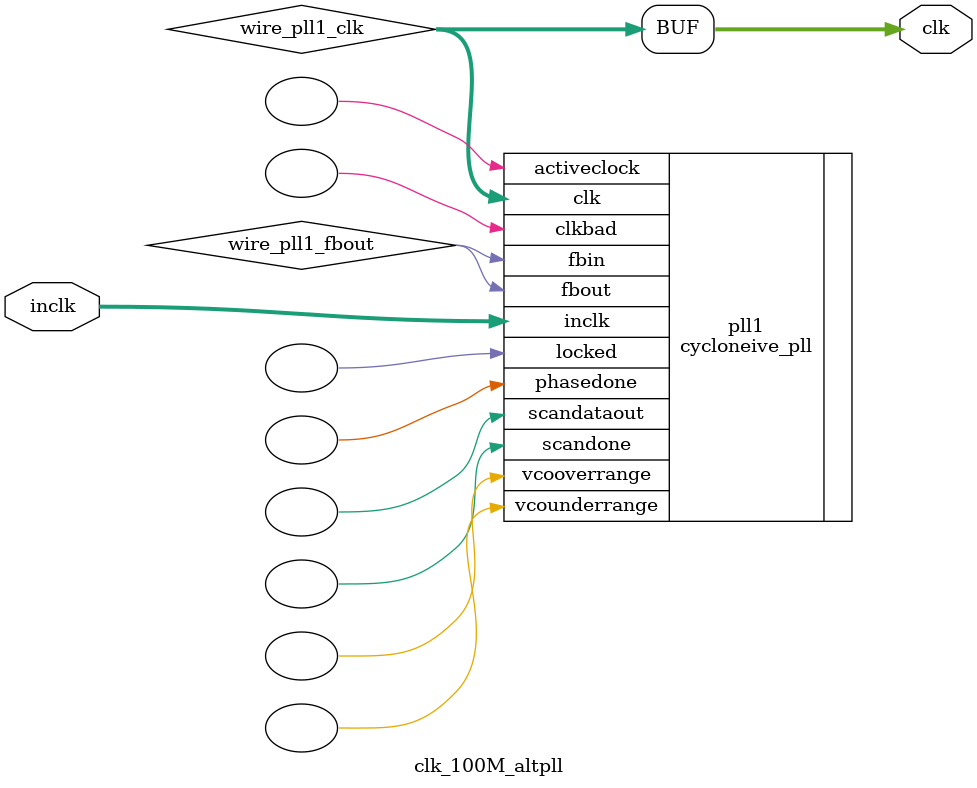
<source format=v>






//synthesis_resources = cycloneive_pll 1 
//synopsys translate_off
`timescale 1 ps / 1 ps
//synopsys translate_on
module  clk_100M_altpll
	( 
	clk,
	inclk) /* synthesis synthesis_clearbox=1 */;
	output   [4:0]  clk;
	input   [1:0]  inclk;
`ifndef ALTERA_RESERVED_QIS
// synopsys translate_off
`endif
	tri0   [1:0]  inclk;
`ifndef ALTERA_RESERVED_QIS
// synopsys translate_on
`endif

	wire  [4:0]   wire_pll1_clk;
	wire  wire_pll1_fbout;

	cycloneive_pll   pll1
	( 
	.activeclock(),
	.clk(wire_pll1_clk),
	.clkbad(),
	.fbin(wire_pll1_fbout),
	.fbout(wire_pll1_fbout),
	.inclk(inclk),
	.locked(),
	.phasedone(),
	.scandataout(),
	.scandone(),
	.vcooverrange(),
	.vcounderrange()
	`ifndef FORMAL_VERIFICATION
	// synopsys translate_off
	`endif
	,
	.areset(1'b0),
	.clkswitch(1'b0),
	.configupdate(1'b0),
	.pfdena(1'b1),
	.phasecounterselect({3{1'b0}}),
	.phasestep(1'b0),
	.phaseupdown(1'b0),
	.scanclk(1'b0),
	.scanclkena(1'b1),
	.scandata(1'b0)
	`ifndef FORMAL_VERIFICATION
	// synopsys translate_on
	`endif
	);
	defparam
		pll1.bandwidth_type = "auto",
		pll1.clk0_divide_by = 1,
		pll1.clk0_duty_cycle = 50,
		pll1.clk0_multiply_by = 2,
		pll1.clk0_phase_shift = "0",
		pll1.compensate_clock = "clk0",
		pll1.inclk0_input_frequency = 20000,
		pll1.operation_mode = "normal",
		pll1.pll_type = "auto",
		pll1.lpm_type = "cycloneive_pll";
	assign
		clk = {wire_pll1_clk[4:0]};
endmodule //clk_100M_altpll
//VALID FILE

</source>
